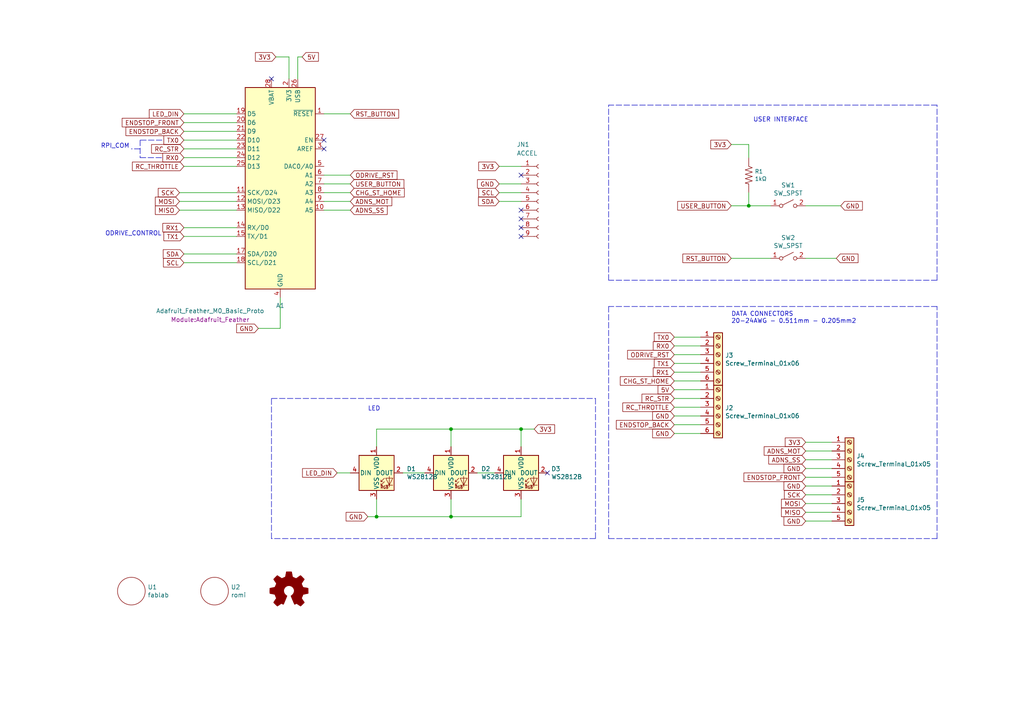
<source format=kicad_sch>
(kicad_sch (version 20211123) (generator eeschema)
  (paper "A4")
  (lib_symbols
    (symbol "Connector:Conn_01x09_Female" (pin_names (offset 1.016) hide)
      (property "Reference" "J" (at 0 12.7 0))
      (property "Value" "Conn_01x09_Female" (at 0 -12.7 0))
      (symbol "Conn_01x09_Female_1_1"
        (arc (start 0 -9.652) (mid -0.508 -10.16) (end 0 -10.668) (stroke (width 0.1524)))
        (arc (start 0 -7.112) (mid -0.508 -7.62) (end 0 -8.128) (stroke (width 0.1524)))
        (arc (start 0 -4.572) (mid -0.508 -5.08) (end 0 -5.588) (stroke (width 0.1524)))
        (arc (start 0 -2.032) (mid -0.508 -2.54) (end 0 -3.048) (stroke (width 0.1524)))
        (polyline (pts (xy -1.27 -10.16) (xy -0.508 -10.16)) (stroke (width 0.1524)))
        (polyline (pts (xy -1.27 -7.62) (xy -0.508 -7.62)) (stroke (width 0.1524)))
        (polyline (pts (xy -1.27 -5.08) (xy -0.508 -5.08)) (stroke (width 0.1524)))
        (polyline (pts (xy -1.27 -2.54) (xy -0.508 -2.54)) (stroke (width 0.1524)))
        (polyline (pts (xy -1.27 0) (xy -0.508 0)) (stroke (width 0.1524)))
        (polyline (pts (xy -1.27 2.54) (xy -0.508 2.54)) (stroke (width 0.1524)))
        (polyline (pts (xy -1.27 5.08) (xy -0.508 5.08)) (stroke (width 0.1524)))
        (polyline (pts (xy -1.27 7.62) (xy -0.508 7.62)) (stroke (width 0.1524)))
        (polyline (pts (xy -1.27 10.16) (xy -0.508 10.16)) (stroke (width 0.1524)))
        (arc (start 0 0.508) (mid -0.508 0) (end 0 -0.508) (stroke (width 0.1524)))
        (arc (start 0 3.048) (mid -0.508 2.54) (end 0 2.032) (stroke (width 0.1524)))
        (arc (start 0 5.588) (mid -0.508 5.08) (end 0 4.572) (stroke (width 0.1524)))
        (arc (start 0 8.128) (mid -0.508 7.62) (end 0 7.112) (stroke (width 0.1524)))
        (arc (start 0 10.668) (mid -0.508 10.16) (end 0 9.652) (stroke (width 0.1524)))
        (pin passive line (at -5.08 10.16 0) (length 3.81) (name "Pin_1") (number "1"))
        (pin passive line (at -5.08 7.62 0) (length 3.81) (name "Pin_2") (number "2"))
        (pin passive line (at -5.08 5.08 0) (length 3.81) (name "Pin_3") (number "3"))
        (pin passive line (at -5.08 2.54 0) (length 3.81) (name "Pin_4") (number "4"))
        (pin passive line (at -5.08 0 0) (length 3.81) (name "Pin_5") (number "5"))
        (pin passive line (at -5.08 -2.54 0) (length 3.81) (name "Pin_6") (number "6"))
        (pin passive line (at -5.08 -5.08 0) (length 3.81) (name "Pin_7") (number "7"))
        (pin passive line (at -5.08 -7.62 0) (length 3.81) (name "Pin_8") (number "8"))
        (pin passive line (at -5.08 -10.16 0) (length 3.81) (name "Pin_9") (number "9"))
      )
    )
    (symbol "Connector:Screw_Terminal_01x05" (pin_names (offset 1.016) hide)
      (property "Reference" "J" (at 0 7.62 0))
      (property "Value" "Screw_Terminal_01x05" (at 0 -7.62 0))
      (symbol "Screw_Terminal_01x05_1_1"
        (rectangle (start -1.27 6.35) (end 1.27 -6.35) (stroke (width 0.254)) (fill (type background)))
        (circle (center 0 -5.08) (radius 0.635) (stroke (width 0.1524)))
        (circle (center 0 -2.54) (radius 0.635) (stroke (width 0.1524)))
        (polyline (pts (xy -0.5334 -4.7498) (xy 0.3302 -5.588)) (stroke (width 0.1524)))
        (polyline (pts (xy -0.5334 -2.2098) (xy 0.3302 -3.048)) (stroke (width 0.1524)))
        (polyline (pts (xy -0.5334 0.3302) (xy 0.3302 -0.508)) (stroke (width 0.1524)))
        (polyline (pts (xy -0.5334 2.8702) (xy 0.3302 2.032)) (stroke (width 0.1524)))
        (polyline (pts (xy -0.5334 5.4102) (xy 0.3302 4.572)) (stroke (width 0.1524)))
        (polyline (pts (xy -0.3556 -4.572) (xy 0.508 -5.4102)) (stroke (width 0.1524)))
        (polyline (pts (xy -0.3556 -2.032) (xy 0.508 -2.8702)) (stroke (width 0.1524)))
        (polyline (pts (xy -0.3556 0.508) (xy 0.508 -0.3302)) (stroke (width 0.1524)))
        (polyline (pts (xy -0.3556 3.048) (xy 0.508 2.2098)) (stroke (width 0.1524)))
        (polyline (pts (xy -0.3556 5.588) (xy 0.508 4.7498)) (stroke (width 0.1524)))
        (circle (center 0 0) (radius 0.635) (stroke (width 0.1524)))
        (circle (center 0 2.54) (radius 0.635) (stroke (width 0.1524)))
        (circle (center 0 5.08) (radius 0.635) (stroke (width 0.1524)))
        (pin passive line (at -5.08 5.08 0) (length 3.81) (name "Pin_1") (number "1"))
        (pin passive line (at -5.08 2.54 0) (length 3.81) (name "Pin_2") (number "2"))
        (pin passive line (at -5.08 0 0) (length 3.81) (name "Pin_3") (number "3"))
        (pin passive line (at -5.08 -2.54 0) (length 3.81) (name "Pin_4") (number "4"))
        (pin passive line (at -5.08 -5.08 0) (length 3.81) (name "Pin_5") (number "5"))
      )
    )
    (symbol "Connector:Screw_Terminal_01x06" (pin_names (offset 1.016) hide)
      (property "Reference" "J" (at 0 7.62 0))
      (property "Value" "Screw_Terminal_01x06" (at 0 -10.16 0))
      (symbol "Screw_Terminal_01x06_1_1"
        (rectangle (start -1.27 6.35) (end 1.27 -8.89) (stroke (width 0.254)) (fill (type background)))
        (circle (center 0 -7.62) (radius 0.635) (stroke (width 0.1524)))
        (circle (center 0 -5.08) (radius 0.635) (stroke (width 0.1524)))
        (circle (center 0 -2.54) (radius 0.635) (stroke (width 0.1524)))
        (polyline (pts (xy -0.5334 -7.2898) (xy 0.3302 -8.128)) (stroke (width 0.1524)))
        (polyline (pts (xy -0.5334 -4.7498) (xy 0.3302 -5.588)) (stroke (width 0.1524)))
        (polyline (pts (xy -0.5334 -2.2098) (xy 0.3302 -3.048)) (stroke (width 0.1524)))
        (polyline (pts (xy -0.5334 0.3302) (xy 0.3302 -0.508)) (stroke (width 0.1524)))
        (polyline (pts (xy -0.5334 2.8702) (xy 0.3302 2.032)) (stroke (width 0.1524)))
        (polyline (pts (xy -0.5334 5.4102) (xy 0.3302 4.572)) (stroke (width 0.1524)))
        (polyline (pts (xy -0.3556 -7.112) (xy 0.508 -7.9502)) (stroke (width 0.1524)))
        (polyline (pts (xy -0.3556 -4.572) (xy 0.508 -5.4102)) (stroke (width 0.1524)))
        (polyline (pts (xy -0.3556 -2.032) (xy 0.508 -2.8702)) (stroke (width 0.1524)))
        (polyline (pts (xy -0.3556 0.508) (xy 0.508 -0.3302)) (stroke (width 0.1524)))
        (polyline (pts (xy -0.3556 3.048) (xy 0.508 2.2098)) (stroke (width 0.1524)))
        (polyline (pts (xy -0.3556 5.588) (xy 0.508 4.7498)) (stroke (width 0.1524)))
        (circle (center 0 0) (radius 0.635) (stroke (width 0.1524)))
        (circle (center 0 2.54) (radius 0.635) (stroke (width 0.1524)))
        (circle (center 0 5.08) (radius 0.635) (stroke (width 0.1524)))
        (pin passive line (at -5.08 5.08 0) (length 3.81) (name "Pin_1") (number "1"))
        (pin passive line (at -5.08 2.54 0) (length 3.81) (name "Pin_2") (number "2"))
        (pin passive line (at -5.08 0 0) (length 3.81) (name "Pin_3") (number "3"))
        (pin passive line (at -5.08 -2.54 0) (length 3.81) (name "Pin_4") (number "4"))
        (pin passive line (at -5.08 -5.08 0) (length 3.81) (name "Pin_5") (number "5"))
        (pin passive line (at -5.08 -7.62 0) (length 3.81) (name "Pin_6") (number "6"))
      )
    )
    (symbol "Graphic:Logo_Open_Hardware_Small" (pin_names (offset 1.016))
      (symbol "Logo_Open_Hardware_Small_0_1"
        (polyline (pts (xy 3.3528 -4.3434) (xy 3.302 -4.318) (xy 3.175 -4.2418) (xy 2.9972 -4.1148) (xy 2.7686 -3.9624) (xy 2.54 -3.81) (xy 2.3622 -3.7084) (xy 2.2352 -3.6068) (xy 2.1844 -3.5814) (xy 2.159 -3.6068) (xy 2.0574 -3.6576) (xy 1.905 -3.7338) (xy 1.8034 -3.7846) (xy 1.6764 -3.8354) (xy 1.6002 -3.8354) (xy 1.6002 -3.8354) (xy 1.5494 -3.7338) (xy 1.4732 -3.5306) (xy 1.3462 -3.302) (xy 1.2446 -3.0226) (xy 1.1176 -2.7178) (xy 0.9652 -2.413) (xy 0.8636 -2.1082) (xy 0.7366 -1.8288) (xy 0.6604 -1.6256) (xy 0.6096 -1.4732) (xy 0.5842 -1.397) (xy 0.5842 -1.397) (xy 0.6604 -1.3208) (xy 0.7874 -1.2446) (xy 1.0414 -1.016) (xy 1.2954 -0.6858) (xy 1.4478 -0.3302) (xy 1.524 0.0762) (xy 1.4732 0.4572) (xy 1.3208 0.8128) (xy 1.0668 1.143) (xy 0.762 1.3716) (xy 0.4064 1.524) (xy 0 1.5748) (xy -0.381 1.5494) (xy -0.7366 1.397) (xy -1.0668 1.143) (xy -1.2192 0.9906) (xy -1.397 0.6604) (xy -1.524 0.3048) (xy -1.524 0.2286) (xy -1.4986 -0.1778) (xy -1.397 -0.5334) (xy -1.1938 -0.8636) (xy -0.9144 -1.143) (xy -0.8636 -1.1684) (xy -0.7366 -1.27) (xy -0.635 -1.3462) (xy -0.5842 -1.397) (xy -1.0668 -2.5908) (xy -1.143 -2.794) (xy -1.2954 -3.1242) (xy -1.397 -3.4036) (xy -1.4986 -3.6322) (xy -1.5748 -3.7846) (xy -1.6002 -3.8354) (xy -1.6002 -3.8354) (xy -1.651 -3.8354) (xy -1.7272 -3.81) (xy -1.905 -3.7338) (xy -2.0066 -3.683) (xy -2.1336 -3.6068) (xy -2.2098 -3.5814) (xy -2.2606 -3.6068) (xy -2.3622 -3.683) (xy -2.54 -3.81) (xy -2.7686 -3.9624) (xy -2.9718 -4.0894) (xy -3.1496 -4.2164) (xy -3.302 -4.318) (xy -3.3528 -4.3434) (xy -3.3782 -4.3434) (xy -3.429 -4.318) (xy -3.5306 -4.2164) (xy -3.7084 -4.064) (xy -3.937 -3.8354) (xy -3.9624 -3.81) (xy -4.1656 -3.6068) (xy -4.318 -3.4544) (xy -4.4196 -3.3274) (xy -4.445 -3.2766) (xy -4.445 -3.2766) (xy -4.4196 -3.2258) (xy -4.318 -3.0734) (xy -4.2164 -2.8956) (xy -4.064 -2.667) (xy -3.6576 -2.0828) (xy -3.8862 -1.5494) (xy -3.937 -1.3716) (xy -4.0386 -1.1684) (xy -4.0894 -1.0414) (xy -4.1148 -0.9652) (xy -4.191 -0.9398) (xy -4.318 -0.9144) (xy -4.5466 -0.8636) (xy -4.8006 -0.8128) (xy -5.0546 -0.7874) (xy -5.2578 -0.7366) (xy -5.4356 -0.7112) (xy -5.5118 -0.6858) (xy -5.5118 -0.6858) (xy -5.5372 -0.635) (xy -5.5372 -0.5588) (xy -5.5372 -0.4318) (xy -5.5626 -0.2286) (xy -5.5626 0.0762) (xy -5.5626 0.127) (xy -5.5372 0.4064) (xy -5.5372 0.635) (xy -5.5372 0.762) (xy -5.5372 0.8382) (xy -5.5372 0.8382) (xy -5.461 0.8382) (xy -5.3086 0.889) (xy -5.08 0.9144) (xy -4.826 0.9652) (xy -4.8006 0.9906) (xy -4.5466 1.0414) (xy -4.318 1.0668) (xy -4.1656 1.1176) (xy -4.0894 1.143) (xy -4.0894 1.143) (xy -4.0386 1.2446) (xy -3.9624 1.4224) (xy -3.8608 1.6256) (xy -3.7846 1.8288) (xy -3.7084 2.0066) (xy -3.6576 2.159) (xy -3.6322 2.2098) (xy -3.6322 2.2098) (xy -3.683 2.286) (xy -3.7592 2.413) (xy -3.8862 2.5908) (xy -4.064 2.8194) (xy -4.064 2.8448) (xy -4.2164 3.0734) (xy -4.3434 3.2512) (xy -4.4196 3.3782) (xy -4.445 3.4544) (xy -4.445 3.4544) (xy -4.3942 3.5052) (xy -4.2926 3.6322) (xy -4.1148 3.81) (xy -3.937 4.0132) (xy -3.8608 4.064) (xy -3.6576 4.2926) (xy -3.5052 4.4196) (xy -3.4036 4.4958) (xy -3.3528 4.5212) (xy -3.3528 4.5212) (xy -3.302 4.4704) (xy -3.1496 4.3688) (xy -2.9718 4.2418) (xy -2.7432 4.0894) (xy -2.7178 4.0894) (xy -2.4892 3.937) (xy -2.3114 3.81) (xy -2.1844 3.7084) (xy -2.1336 3.683) (xy -2.1082 3.683) (xy -2.032 3.7084) (xy -1.8542 3.7592) (xy -1.6764 3.8354) (xy -1.4732 3.937) (xy -1.27 4.0132) (xy -1.143 4.064) (xy -1.0668 4.1148) (xy -1.0668 4.1148) (xy -1.0414 4.191) (xy -1.016 4.3434) (xy -0.9652 4.572) (xy -0.9144 4.8514) (xy -0.889 4.9022) (xy -0.8382 5.1562) (xy -0.8128 5.3848) (xy -0.7874 5.5372) (xy -0.762 5.588) (xy -0.7112 5.6134) (xy -0.5842 5.6134) (xy -0.4064 5.6134) (xy -0.1524 5.6134) (xy 0.0762 5.6134) (xy 0.3302 5.6134) (xy 0.5334 5.6134) (xy 0.6858 5.588) (xy 0.7366 5.588) (xy 0.7366 5.588) (xy 0.762 5.5118) (xy 0.8128 5.334) (xy 0.8382 5.1054) (xy 0.9144 4.826) (xy 0.9144 4.7752) (xy 0.9652 4.5212) (xy 1.016 4.2926) (xy 1.0414 4.1402) (xy 1.0668 4.0894) (xy 1.0668 4.0894) (xy 1.1938 4.0386) (xy 1.3716 3.9624) (xy 1.5748 3.8608) (xy 2.0828 3.6576) (xy 2.7178 4.0894) (xy 2.7686 4.1402) (xy 2.9972 4.2926) (xy 3.175 4.4196) (xy 3.302 4.4958) (xy 3.3782 4.5212) (xy 3.3782 4.5212) (xy 3.429 4.4704) (xy 3.556 4.3434) (xy 3.7338 4.191) (xy 3.9116 3.9878) (xy 4.064 3.8354) (xy 4.2418 3.6576) (xy 4.3434 3.556) (xy 4.4196 3.4798) (xy 4.4196 3.429) (xy 4.4196 3.4036) (xy 4.3942 3.3274) (xy 4.2926 3.2004) (xy 4.1656 2.9972) (xy 4.0132 2.794) (xy 3.8862 2.5908) (xy 3.7592 2.3876) (xy 3.6576 2.2352) (xy 3.6322 2.159) (xy 3.6322 2.1336) (xy 3.683 2.0066) (xy 3.7592 1.8288) (xy 3.8608 1.6002) (xy 4.064 1.1176) (xy 4.3942 1.0414) (xy 4.5974 1.016) (xy 4.8768 0.9652) (xy 5.1308 0.9144) (xy 5.5372 0.8382) (xy 5.5626 -0.6604) (xy 5.4864 -0.6858) (xy 5.4356 -0.6858) (xy 5.2832 -0.7366) (xy 5.0546 -0.762) (xy 4.8006 -0.8128) (xy 4.5974 -0.8636) (xy 4.3688 -0.9144) (xy 4.2164 -0.9398) (xy 4.1402 -0.9398) (xy 4.1148 -0.9652) (xy 4.064 -1.0668) (xy 3.9878 -1.2446) (xy 3.9116 -1.4478) (xy 3.81 -1.651) (xy 3.7338 -1.8542) (xy 3.683 -2.0066) (xy 3.6576 -2.0828) (xy 3.683 -2.1336) (xy 3.7846 -2.2606) (xy 3.8862 -2.4638) (xy 4.0386 -2.667) (xy 4.191 -2.8956) (xy 4.318 -3.0734) (xy 4.3942 -3.2004) (xy 4.445 -3.2766) (xy 4.4196 -3.3274) (xy 4.3434 -3.429) (xy 4.1656 -3.5814) (xy 3.937 -3.8354) (xy 3.8862 -3.8608) (xy 3.683 -4.064) (xy 3.5306 -4.2164) (xy 3.4036 -4.318) (xy 3.3528 -4.3434)) (fill (type outline)))
      )
    )
    (symbol "LED:WS2812B" (pin_names (offset 0.254))
      (property "Reference" "D" (at 5.08 5.715 0))
      (property "Value" "WS2812B" (at 1.27 -5.715 0))
      (symbol "WS2812B_0_0"
        (text "RGB" (at 2.286 -4.191 0) (effects (font (size 0.762 0.762))))
      )
      (symbol "WS2812B_0_1"
        (polyline (pts (xy 1.27 -3.556) (xy 1.778 -3.556)))
        (polyline (pts (xy 1.27 -2.54) (xy 1.778 -2.54)))
        (polyline (pts (xy 4.699 -3.556) (xy 2.667 -3.556)))
        (polyline (pts (xy 2.286 -2.54) (xy 1.27 -3.556) (xy 1.27 -3.048)))
        (polyline (pts (xy 2.286 -1.524) (xy 1.27 -2.54) (xy 1.27 -2.032)))
        (polyline (pts (xy 3.683 -1.016) (xy 3.683 -3.556) (xy 3.683 -4.064)))
        (polyline (pts (xy 4.699 -1.524) (xy 2.667 -1.524) (xy 3.683 -3.556) (xy 4.699 -1.524)))
        (rectangle (start 5.08 5.08) (end -5.08 -5.08) (stroke (width 0.254)) (fill (type background)))
      )
      (symbol "WS2812B_1_1"
        (pin power_in line (at 0 7.62 270) (length 2.54) (name "VDD") (number "1"))
        (pin output line (at 7.62 0 180) (length 2.54) (name "DOUT") (number "2"))
        (pin power_in line (at 0 -7.62 90) (length 2.54) (name "VSS") (number "3"))
        (pin input line (at -7.62 0 0) (length 2.54) (name "DIN") (number "4"))
      )
    )
    (symbol "MCU_Module:Adafruit_Feather_M0_Basic_Proto"
      (property "Reference" "A" (at -10.16 29.21 0))
      (property "Value" "Adafruit_Feather_M0_Basic_Proto" (at 2.54 -31.75 0))
      (symbol "Adafruit_Feather_M0_Basic_Proto_0_1"
        (rectangle (start -10.16 27.94) (end 10.16 -30.48) (stroke (width 0.254)) (fill (type background)))
      )
      (symbol "Adafruit_Feather_M0_Basic_Proto_1_1"
        (pin input line (at 12.7 20.32 180) (length 2.54) (name "~{RESET}") (number "1"))
        (pin bidirectional line (at 12.7 -7.62 180) (length 2.54) (name "A5") (number "10"))
        (pin bidirectional line (at -12.7 -2.54 0) (length 2.54) (name "SCK/D24") (number "11"))
        (pin bidirectional line (at -12.7 -5.08 0) (length 2.54) (name "MOSI/D23") (number "12"))
        (pin bidirectional line (at -12.7 -7.62 0) (length 2.54) (name "MISO/D22") (number "13"))
        (pin bidirectional line (at -12.7 -12.7 0) (length 2.54) (name "RX/D0") (number "14"))
        (pin bidirectional line (at -12.7 -15.24 0) (length 2.54) (name "TX/D1") (number "15"))
        (pin passive line (at 0 -33.02 90) (length 2.54) hide (name "GND") (number "16"))
        (pin bidirectional line (at -12.7 -20.32 0) (length 2.54) (name "SDA/D20") (number "17"))
        (pin bidirectional line (at -12.7 -22.86 0) (length 2.54) (name "SCL/D21") (number "18"))
        (pin bidirectional line (at -12.7 20.32 0) (length 2.54) (name "D5") (number "19"))
        (pin power_in line (at 2.54 30.48 270) (length 2.54) (name "3V3") (number "2"))
        (pin bidirectional line (at -12.7 17.78 0) (length 2.54) (name "D6") (number "20"))
        (pin bidirectional line (at -12.7 15.24 0) (length 2.54) (name "D9") (number "21"))
        (pin bidirectional line (at -12.7 12.7 0) (length 2.54) (name "D10") (number "22"))
        (pin bidirectional line (at -12.7 10.16 0) (length 2.54) (name "D11") (number "23"))
        (pin bidirectional line (at -12.7 7.62 0) (length 2.54) (name "D12") (number "24"))
        (pin bidirectional line (at -12.7 5.08 0) (length 2.54) (name "D13") (number "25"))
        (pin power_in line (at 5.08 30.48 270) (length 2.54) (name "USB") (number "26"))
        (pin input line (at 12.7 12.7 180) (length 2.54) (name "EN") (number "27"))
        (pin power_in line (at -2.54 30.48 270) (length 2.54) (name "VBAT") (number "28"))
        (pin input line (at 12.7 10.16 180) (length 2.54) (name "AREF") (number "3"))
        (pin power_in line (at 0 -33.02 90) (length 2.54) (name "GND") (number "4"))
        (pin bidirectional line (at 12.7 5.08 180) (length 2.54) (name "DAC0/A0") (number "5"))
        (pin bidirectional line (at 12.7 2.54 180) (length 2.54) (name "A1") (number "6"))
        (pin bidirectional line (at 12.7 0 180) (length 2.54) (name "A2") (number "7"))
        (pin bidirectional line (at 12.7 -2.54 180) (length 2.54) (name "A3") (number "8"))
        (pin bidirectional line (at 12.7 -5.08 180) (length 2.54) (name "A4") (number "9"))
      )
    )
    (symbol "Switch:SW_SPST" (pin_names (offset 0) hide)
      (property "Reference" "SW" (at 0 3.175 0))
      (property "Value" "SW_SPST" (at 0 -2.54 0))
      (symbol "SW_SPST_0_0"
        (circle (center -2.032 0) (radius 0.508))
        (polyline (pts (xy -1.524 0.254) (xy 1.524 1.778)))
        (circle (center 2.032 0) (radius 0.508))
      )
      (symbol "SW_SPST_1_1"
        (pin passive line (at -5.08 0 0) (length 2.54) (name "A") (number "1"))
        (pin passive line (at 5.08 0 180) (length 2.54) (name "B") (number "2"))
      )
    )
    (symbol "cablebot_controller-rescue:RES-US1206-fab" (pin_numbers hide) (pin_names (offset 1.016) hide)
      (property "Reference" "R" (at -3.81 1.4986 0))
      (property "Value" "RES-US1206-fab" (at -3.81 -3.302 0))
      (symbol "RES-US1206-fab_1_0"
        (polyline (pts (xy -2.54 0) (xy -2.159 1.016)))
        (polyline (pts (xy -2.159 1.016) (xy -1.524 -1.016)))
        (polyline (pts (xy -1.524 -1.016) (xy -0.889 1.016)))
        (polyline (pts (xy -0.889 1.016) (xy -0.254 -1.016)))
        (polyline (pts (xy -0.254 -1.016) (xy 0.381 1.016)))
        (polyline (pts (xy 0.381 1.016) (xy 1.016 -1.016)))
        (polyline (pts (xy 1.016 -1.016) (xy 1.651 1.016)))
        (polyline (pts (xy 1.651 1.016) (xy 2.286 -1.016)))
        (polyline (pts (xy 2.286 -1.016) (xy 2.54 0)))
      )
      (symbol "RES-US1206-fab_1_1"
        (pin passive line (at -5.08 0 0) (length 2.54) (name "1") (number "1"))
        (pin passive line (at 5.08 0 180) (length 2.54) (name "2") (number "2"))
      )
    )
    (symbol "cablebot_controller-rescue:fablab-logos" (pin_names (offset 1.016))
      (property "Reference" "U" (at 0 0 0))
      (property "Value" "fablab-logos" (at 0 0 0))
      (symbol "fablab-logos_0_1"
        (circle (center 0 0) (radius 4.0132))
      )
    )
  )
  (junction (at 217.17 59.69))
  (junction (at 151.13 124.46))
  (junction (at 130.81 149.86))
  (junction (at 130.81 124.46))
  (junction (at 109.22 149.86))
  (no_connect (at 151.13 66.04))
  (no_connect (at 151.13 63.5))
  (no_connect (at 151.13 68.58))
  (no_connect (at 151.13 50.8))
  (no_connect (at 151.13 60.96))
  (no_connect (at 93.98 40.64))
  (no_connect (at 158.75 137.16))
  (no_connect (at 78.74 22.86))
  (no_connect (at 93.98 43.18))
  (wire (pts (xy 195.58 107.95) (xy 203.2 107.95)))
  (wire (pts (xy 101.6 53.34) (xy 93.98 53.34)))
  (wire (pts (xy 195.58 97.79) (xy 203.2 97.79)))
  (wire (pts (xy 80.01 16.51) (xy 83.82 16.51)))
  (wire (pts (xy 212.09 59.69) (xy 217.17 59.69)))
  (wire (pts (xy 151.13 149.86) (xy 151.13 144.78)))
  (wire (pts (xy 233.68 128.27) (xy 241.3 128.27)))
  (polyline (pts (xy 176.53 156.21) (xy 271.78 156.21)))
  (wire (pts (xy 52.07 60.96) (xy 68.58 60.96)))
  (wire (pts (xy 130.81 124.46) (xy 109.22 124.46)))
  (wire (pts (xy 212.09 74.93) (xy 223.52 74.93)))
  (wire (pts (xy 195.58 118.11) (xy 203.2 118.11)))
  (polyline (pts (xy 271.78 156.21) (xy 271.78 88.9)))
  (wire (pts (xy 233.68 143.51) (xy 241.3 143.51)))
  (wire (pts (xy 195.58 102.87) (xy 203.2 102.87)))
  (wire (pts (xy 233.68 151.13) (xy 241.3 151.13)))
  (wire (pts (xy 138.43 137.16) (xy 143.51 137.16)))
  (wire (pts (xy 53.34 33.02) (xy 68.58 33.02)))
  (wire (pts (xy 130.81 149.86) (xy 151.13 149.86)))
  (wire (pts (xy 195.58 125.73) (xy 203.2 125.73)))
  (polyline (pts (xy 40.64 40.64) (xy 40.64 45.72)))
  (wire (pts (xy 101.6 50.8) (xy 93.98 50.8)))
  (wire (pts (xy 93.98 60.96) (xy 101.6 60.96)))
  (wire (pts (xy 74.93 95.25) (xy 81.28 95.25)))
  (wire (pts (xy 233.68 133.35) (xy 241.3 133.35)))
  (wire (pts (xy 53.34 76.2) (xy 68.58 76.2)))
  (wire (pts (xy 144.78 48.26) (xy 151.13 48.26)))
  (wire (pts (xy 233.68 130.81) (xy 241.3 130.81)))
  (polyline (pts (xy 176.53 88.9) (xy 176.53 156.21)))
  (wire (pts (xy 116.84 137.16) (xy 123.19 137.16)))
  (wire (pts (xy 217.17 59.69) (xy 223.52 59.69)))
  (wire (pts (xy 217.17 55.88) (xy 217.17 59.69)))
  (polyline (pts (xy 271.78 88.9) (xy 176.53 88.9)))
  (wire (pts (xy 130.81 149.86) (xy 130.81 144.78)))
  (polyline (pts (xy 271.78 30.48) (xy 176.53 30.48)))
  (wire (pts (xy 195.58 120.65) (xy 203.2 120.65)))
  (wire (pts (xy 233.68 138.43) (xy 241.3 138.43)))
  (wire (pts (xy 151.13 124.46) (xy 130.81 124.46)))
  (wire (pts (xy 195.58 115.57) (xy 203.2 115.57)))
  (wire (pts (xy 151.13 129.54) (xy 151.13 124.46)))
  (polyline (pts (xy 271.78 81.28) (xy 176.53 81.28)))
  (wire (pts (xy 144.78 58.42) (xy 151.13 58.42)))
  (wire (pts (xy 83.82 16.51) (xy 83.82 22.86)))
  (wire (pts (xy 109.22 149.86) (xy 109.22 144.78)))
  (polyline (pts (xy 78.74 115.57) (xy 172.72 115.57)))
  (polyline (pts (xy 271.78 81.28) (xy 271.78 30.48)))
  (wire (pts (xy 233.68 74.93) (xy 242.57 74.93)))
  (wire (pts (xy 86.36 16.51) (xy 86.36 22.86)))
  (wire (pts (xy 53.34 38.1) (xy 68.58 38.1)))
  (wire (pts (xy 81.28 95.25) (xy 81.28 86.36)))
  (wire (pts (xy 195.58 123.19) (xy 203.2 123.19)))
  (wire (pts (xy 101.6 55.88) (xy 93.98 55.88)))
  (polyline (pts (xy 46.99 40.64) (xy 40.64 40.64)))
  (wire (pts (xy 53.34 45.72) (xy 68.58 45.72)))
  (wire (pts (xy 52.07 58.42) (xy 68.58 58.42)))
  (wire (pts (xy 195.58 100.33) (xy 203.2 100.33)))
  (wire (pts (xy 144.78 55.88) (xy 151.13 55.88)))
  (wire (pts (xy 68.58 68.58) (xy 53.34 68.58)))
  (wire (pts (xy 97.79 137.16) (xy 101.6 137.16)))
  (wire (pts (xy 106.68 149.86) (xy 109.22 149.86)))
  (wire (pts (xy 52.07 55.88) (xy 68.58 55.88)))
  (wire (pts (xy 233.68 135.89) (xy 241.3 135.89)))
  (wire (pts (xy 87.63 16.51) (xy 86.36 16.51)))
  (wire (pts (xy 243.84 59.69) (xy 233.68 59.69)))
  (wire (pts (xy 109.22 124.46) (xy 109.22 129.54)))
  (polyline (pts (xy 40.64 43.18) (xy 38.1 43.18)))
  (polyline (pts (xy 40.64 45.72) (xy 46.99 45.72)))
  (polyline (pts (xy 172.72 156.21) (xy 78.74 156.21)))
  (polyline (pts (xy 78.74 156.21) (xy 78.74 115.57)))
  (wire (pts (xy 212.09 41.91) (xy 217.17 41.91)))
  (polyline (pts (xy 172.72 115.57) (xy 172.72 156.21)))
  (wire (pts (xy 195.58 110.49) (xy 203.2 110.49)))
  (wire (pts (xy 53.34 35.56) (xy 68.58 35.56)))
  (wire (pts (xy 53.34 43.18) (xy 68.58 43.18)))
  (wire (pts (xy 130.81 129.54) (xy 130.81 124.46)))
  (wire (pts (xy 53.34 66.04) (xy 68.58 66.04)))
  (polyline (pts (xy 176.53 81.28) (xy 176.53 30.48)))
  (wire (pts (xy 195.58 105.41) (xy 203.2 105.41)))
  (wire (pts (xy 53.34 73.66) (xy 68.58 73.66)))
  (wire (pts (xy 53.34 40.64) (xy 68.58 40.64)))
  (wire (pts (xy 233.68 146.05) (xy 241.3 146.05)))
  (wire (pts (xy 154.94 124.46) (xy 151.13 124.46)))
  (wire (pts (xy 217.17 41.91) (xy 217.17 45.72)))
  (wire (pts (xy 195.58 113.03) (xy 203.2 113.03)))
  (wire (pts (xy 233.68 148.59) (xy 241.3 148.59)))
  (wire (pts (xy 93.98 58.42) (xy 101.6 58.42)))
  (wire (pts (xy 93.98 33.02) (xy 101.6 33.02)))
  (wire (pts (xy 53.34 48.26) (xy 68.58 48.26)))
  (wire (pts (xy 109.22 149.86) (xy 130.81 149.86)))
  (wire (pts (xy 144.78 53.34) (xy 151.13 53.34)))
  (wire (pts (xy 233.68 140.97) (xy 241.3 140.97)))
  (text "LED" (at 106.68 119.38 0) (effects (font (size 1.27 1.27)) (justify left bottom)))
  (text "DATA CONNECTORS\n20-24AWG - 0.511mm - 0.205mm2" (at 212.09 93.98 0) (effects (font (size 1.27 1.27)) (justify left bottom)))
  (text "ODRIVE_CONTROL" (at 30.48 68.58 0) (effects (font (size 1.27 1.27)) (justify left bottom)))
  (text "RPI_COM" (at 29.21 43.18 0) (effects (font (size 1.27 1.27)) (justify left bottom)))
  (text "USER INTERFACE" (at 218.44 35.56 0) (effects (font (size 1.27 1.27)) (justify left bottom)))
  (global_label "LED_DIN" (shape input) (at 97.79 137.16 180) (property "Intersheet References" "${INTERSHEET_REFS}" (effects hide)))
  (global_label "MISO" (shape input) (at 52.07 60.96 180) (property "Intersheet References" "${INTERSHEET_REFS}" (effects hide)))
  (global_label "MOSI" (shape input) (at 233.68 146.05 180) (property "Intersheet References" "${INTERSHEET_REFS}" (effects hide)))
  (global_label "3V3" (shape input) (at 212.09 41.91 180) (property "Intersheet References" "${INTERSHEET_REFS}" (effects hide)))
  (global_label "GND" (shape input) (at 74.93 95.25 180) (property "Intersheet References" "${INTERSHEET_REFS}" (effects hide)))
  (global_label "SCL" (shape input) (at 144.78 55.88 180) (property "Intersheet References" "${INTERSHEET_REFS}" (effects hide)))
  (global_label "3V3" (shape input) (at 80.01 16.51 180) (property "Intersheet References" "${INTERSHEET_REFS}" (effects hide)))
  (global_label "ENDSTOP_BACK" (shape input) (at 195.58 123.19 180) (property "Intersheet References" "${INTERSHEET_REFS}" (effects hide)))
  (global_label "GND" (shape input) (at 195.58 120.65 180) (property "Intersheet References" "${INTERSHEET_REFS}" (effects hide)))
  (global_label "GND" (shape input) (at 233.68 135.89 180) (property "Intersheet References" "${INTERSHEET_REFS}" (effects hide)))
  (global_label "ADNS_SS" (shape input) (at 101.6 60.96 0) (property "Intersheet References" "${INTERSHEET_REFS}" (effects hide)))
  (global_label "RC_THROTTLE" (shape input) (at 53.34 48.26 180) (property "Intersheet References" "${INTERSHEET_REFS}" (effects hide)))
  (global_label "ADNS_MOT" (shape input) (at 233.68 130.81 180) (property "Intersheet References" "${INTERSHEET_REFS}" (effects hide)))
  (global_label "TX0" (shape input) (at 53.34 40.64 180) (property "Intersheet References" "${INTERSHEET_REFS}" (effects hide)))
  (global_label "GND" (shape input) (at 242.57 74.93 0) (property "Intersheet References" "${INTERSHEET_REFS}" (effects hide)))
  (global_label "ODRIVE_RST" (shape input) (at 101.6 50.8 0) (property "Intersheet References" "${INTERSHEET_REFS}" (effects hide)))
  (global_label "RC_STR" (shape input) (at 195.58 115.57 180) (property "Intersheet References" "${INTERSHEET_REFS}" (effects hide)))
  (global_label "SCL" (shape input) (at 53.34 76.2 180) (property "Intersheet References" "${INTERSHEET_REFS}" (effects hide)))
  (global_label "RX1" (shape input) (at 53.34 66.04 180) (property "Intersheet References" "${INTERSHEET_REFS}" (effects hide)))
  (global_label "CHG_ST_HOME" (shape input) (at 101.6 55.88 0) (property "Intersheet References" "${INTERSHEET_REFS}" (effects hide)))
  (global_label "CHG_ST_HOME" (shape input) (at 195.58 110.49 180) (property "Intersheet References" "${INTERSHEET_REFS}" (effects hide)))
  (global_label "SDA" (shape input) (at 53.34 73.66 180) (property "Intersheet References" "${INTERSHEET_REFS}" (effects hide)))
  (global_label "RST_BUTTON" (shape input) (at 101.6 33.02 0) (property "Intersheet References" "${INTERSHEET_REFS}" (effects hide)))
  (global_label "GND" (shape input) (at 144.78 53.34 180) (property "Intersheet References" "${INTERSHEET_REFS}" (effects hide)))
  (global_label "3V3" (shape input) (at 144.78 48.26 180) (property "Intersheet References" "${INTERSHEET_REFS}" (effects hide)))
  (global_label "USER_BUTTON" (shape input) (at 101.6 53.34 0) (property "Intersheet References" "${INTERSHEET_REFS}" (effects hide)))
  (global_label "ADNS_MOT" (shape input) (at 101.6 58.42 0) (property "Intersheet References" "${INTERSHEET_REFS}" (effects hide)))
  (global_label "LED_DIN" (shape input) (at 53.34 33.02 180) (property "Intersheet References" "${INTERSHEET_REFS}" (effects hide)))
  (global_label "ADNS_SS" (shape input) (at 233.68 133.35 180) (property "Intersheet References" "${INTERSHEET_REFS}" (effects hide)))
  (global_label "MOSI" (shape input) (at 52.07 58.42 180) (property "Intersheet References" "${INTERSHEET_REFS}" (effects hide)))
  (global_label "GND" (shape input) (at 106.68 149.86 180) (property "Intersheet References" "${INTERSHEET_REFS}" (effects hide)))
  (global_label "RST_BUTTON" (shape input) (at 212.09 74.93 180) (property "Intersheet References" "${INTERSHEET_REFS}" (effects hide)))
  (global_label "USER_BUTTON" (shape input) (at 212.09 59.69 180) (property "Intersheet References" "${INTERSHEET_REFS}" (effects hide)))
  (global_label "SDA" (shape input) (at 144.78 58.42 180) (property "Intersheet References" "${INTERSHEET_REFS}" (effects hide)))
  (global_label "GND" (shape input) (at 233.68 151.13 180) (property "Intersheet References" "${INTERSHEET_REFS}" (effects hide)))
  (global_label "GND" (shape input) (at 243.84 59.69 0) (property "Intersheet References" "${INTERSHEET_REFS}" (effects hide)))
  (global_label "SCK" (shape input) (at 233.68 143.51 180) (property "Intersheet References" "${INTERSHEET_REFS}" (effects hide)))
  (global_label "3V3" (shape input) (at 154.94 124.46 0) (property "Intersheet References" "${INTERSHEET_REFS}" (effects hide)))
  (global_label "SCK" (shape input) (at 52.07 55.88 180) (property "Intersheet References" "${INTERSHEET_REFS}" (effects hide)))
  (global_label "GND" (shape input) (at 195.58 125.73 180) (property "Intersheet References" "${INTERSHEET_REFS}" (effects hide)))
  (global_label "RC_THROTTLE" (shape input) (at 195.58 118.11 180) (property "Intersheet References" "${INTERSHEET_REFS}" (effects hide)))
  (global_label "TX1" (shape input) (at 53.34 68.58 180) (property "Intersheet References" "${INTERSHEET_REFS}" (effects hide)))
  (global_label "5V" (shape input) (at 195.58 113.03 180) (property "Intersheet References" "${INTERSHEET_REFS}" (effects hide)))
  (global_label "MISO" (shape input) (at 233.68 148.59 180) (property "Intersheet References" "${INTERSHEET_REFS}" (effects hide)))
  (global_label "ENDSTOP_BACK" (shape input) (at 53.34 38.1 180) (property "Intersheet References" "${INTERSHEET_REFS}" (effects hide)))
  (global_label "RX1" (shape input) (at 195.58 107.95 180) (property "Intersheet References" "${INTERSHEET_REFS}" (effects hide)))
  (global_label "GND" (shape input) (at 233.68 140.97 180) (property "Intersheet References" "${INTERSHEET_REFS}" (effects hide)))
  (global_label "5V" (shape input) (at 87.63 16.51 0) (property "Intersheet References" "${INTERSHEET_REFS}" (effects hide)))
  (global_label "ENDSTOP_FRONT" (shape input) (at 233.68 138.43 180) (property "Intersheet References" "${INTERSHEET_REFS}" (effects hide)))
  (global_label "ODRIVE_RST" (shape input) (at 195.58 102.87 180) (property "Intersheet References" "${INTERSHEET_REFS}" (effects hide)))
  (global_label "TX0" (shape input) (at 195.58 97.79 180) (property "Intersheet References" "${INTERSHEET_REFS}" (effects hide)))
  (global_label "RX0" (shape input) (at 195.58 100.33 180) (property "Intersheet References" "${INTERSHEET_REFS}" (effects hide)))
  (global_label "ENDSTOP_FRONT" (shape input) (at 53.34 35.56 180) (property "Intersheet References" "${INTERSHEET_REFS}" (effects hide)))
  (global_label "RX0" (shape input) (at 53.34 45.72 180) (property "Intersheet References" "${INTERSHEET_REFS}" (effects hide)))
  (global_label "RC_STR" (shape input) (at 53.34 43.18 180) (property "Intersheet References" "${INTERSHEET_REFS}" (effects hide)))
  (global_label "TX1" (shape input) (at 195.58 105.41 180) (property "Intersheet References" "${INTERSHEET_REFS}" (effects hide)))
  (global_label "3V3" (shape input) (at 233.68 128.27 180) (property "Intersheet References" "${INTERSHEET_REFS}" (effects hide)))
  (symbol (lib_id "MCU_Module:Adafruit_Feather_M0_Basic_Proto") (at 81.28 53.34 0) (unit 1)
    (property "Reference" "A1" (at 81.28 88.6206 0))
    (property "Value" "Adafruit_Feather_M0_Basic_Proto" (at 60.96 90.17 0))
    (property "Footprint" "Module:Adafruit_Feather" (at 60.96 92.71 0))
    (property "Datasheet" "https://cdn-learn.adafruit.com/downloads/pdf/adafruit-feather-m0-basic-proto.pdf" (effects hide))
  )
  (symbol (lib_id "Connector:Conn_01x09_Female") (at 156.21 58.42 0) (unit 1)
    (property "Reference" "JN1" (at 149.86 41.91 0) (effects (justify left)))
    (property "Value" "ACCEL" (at 149.86 44.45 0) (effects (justify left)))
    (property "Footprint" "fab:Adafruit-LSM6DSOX-PCB" (effects hide))
  )
  (symbol (lib_id "cablebot_controller-rescue:RES-US1206-fab") (at 217.17 50.8 270) (unit 1)
    (property "Reference" "R1" (at 218.8972 49.7332 90) (effects (font (size 1.143 1.143)) (justify left)))
    (property "Value" "1kΩ" (at 218.8972 51.8668 90) (effects (font (size 1.143 1.143)) (justify left)))
    (property "Footprint" "fab:fab-R1206FAB" (effects hide))
  )
  (symbol (lib_id "Switch:SW_SPST") (at 228.6 59.69 0) (unit 1)
    (property "Reference" "SW1" (at 228.6 53.721 0))
    (property "Value" "SW_SPST" (at 228.6 56.0324 0))
    (property "Footprint" "Button_Switch_THT:SW_Tactile_SPST_Angled_PTS645Vx83-2LFS" (effects hide))
    (property "Datasheet" "https://www.mouser.es/datasheet/2/60/pts645-965362.pdf" (effects hide))
    (property "Mouser Ref" "611-PTS645VH832 " (effects hide))
    (property "Manufacturer Ref" "PTS645VH832 " (effects hide))
    (property "Mouser link" "https://www.mouser.es/ProductDetail/CK/PTS645VH832LFS?qs=%2Fha2pyFadug0Azfe8RMwGazjOID5WjvH4hiiBXRd5MKGeqlXpWkB5g%3D%3D" (effects hide))
  )
  (symbol (lib_id "Switch:SW_SPST") (at 228.6 74.93 0) (unit 1)
    (property "Reference" "SW2" (at 228.6 68.961 0))
    (property "Value" "SW_SPST" (at 228.6 71.2724 0))
    (property "Footprint" "Button_Switch_THT:SW_Tactile_SPST_Angled_PTS645Vx58-2LFS" (effects hide))
    (property "Datasheet" "https://www.mouser.es/datasheet/2/60/pts645-965362.pdf" (effects hide))
    (property "Mouser Ref" "611-PTS645VH582 " (effects hide))
    (property "Manufacturer Ref" "PTS645VH582 " (effects hide))
    (property "Mouser link" "https://www.mouser.es/ProductDetail/CK/PTS645VH58-2-LFS?qs=%2Fha2pyFadug0Azfe8RMwGahwjupVr0%2FiBhp2AnDZujzvtBAgWib0DQ%3D%3D" (effects hide))
  )
  (symbol (lib_id "LED:WS2812B") (at 109.22 137.16 0) (unit 1)
    (property "Reference" "D1" (at 117.9576 135.9916 0) (effects (justify left)))
    (property "Value" "WS2812B" (at 117.9576 138.303 0) (effects (justify left)))
    (property "Footprint" "LED_SMD:LED_WS2812B_PLCC4_5.0x5.0mm_P3.2mm" (effects hide))
    (property "Datasheet" "https://cdn-shop.adafruit.com/datasheets/WS2812B.pdf" (effects hide))
    (property "Mouser Ref" " 474-COM-16346 " (effects hide))
    (property "Manufacturer Ref" " COM-16346" (effects hide))
    (property "Mouser link" "https://www.mouser.es/ProductDetail/SparkFun/COM-16346?qs=%2Fha2pyFadugg0pE4GaSNief8VTwhFMAGiXIxARqTxvGAKgbaUKOJXg%3D%3D" (effects hide))
  )
  (symbol (lib_id "Connector:Screw_Terminal_01x06") (at 208.28 102.87 0) (unit 1)
    (property "Reference" "J3" (at 210.312 103.0732 0) (effects (justify left)))
    (property "Value" "Screw_Terminal_01x06" (at 210.312 105.3846 0) (effects (justify left)))
    (property "Footprint" "TerminalBlock_Phoenix:TerminalBlock_Phoenix_MPT-0,5-6-2.54_1x06_P2.54mm_Horizontal" (effects hide))
    (property "Mouser link" "https://www.mouser.es/ProductDetail/Phoenix-Contact/1725698?qs=%2Fha2pyFaduhb864E3xGbPRiDKPcyQngayeej%2FHpjvDk%3D" (effects hide))
    (property "Manufacturer Ref" "1725698" (effects hide))
    (property "Mouser Ref" " 651-1725698" (effects hide))
  )
  (symbol (lib_id "Connector:Screw_Terminal_01x06") (at 208.28 118.11 0) (unit 1)
    (property "Reference" "J2" (at 210.312 118.3132 0) (effects (justify left)))
    (property "Value" "Screw_Terminal_01x06" (at 210.312 120.6246 0) (effects (justify left)))
    (property "Footprint" "TerminalBlock_Phoenix:TerminalBlock_Phoenix_MPT-0,5-6-2.54_1x06_P2.54mm_Horizontal" (effects hide))
    (property "Mouser link" "https://www.mouser.es/ProductDetail/Phoenix-Contact/1725698?qs=%2Fha2pyFaduhb864E3xGbPRiDKPcyQngayeej%2FHpjvDk%3D" (effects hide))
    (property "Manufacturer Ref" "1725698" (effects hide))
    (property "Mouser Ref" " 651-1725698" (effects hide))
  )
  (symbol (lib_id "Connector:Screw_Terminal_01x05") (at 246.38 146.05 0) (unit 1)
    (property "Reference" "J5" (at 248.412 144.9832 0) (effects (justify left)))
    (property "Value" "Screw_Terminal_01x05" (at 248.412 147.2946 0) (effects (justify left)))
    (property "Footprint" "TerminalBlock_Phoenix:TerminalBlock_Phoenix_MPT-0,5-5-2.54_1x05_P2.54mm_Horizontal" (effects hide))
    (property "Manufacturer Ref" "1725685" (effects hide))
    (property "Mouser Ref" " 651-1725685" (effects hide))
    (property "Mouser link" "https://www.mouser.es/ProductDetail/Phoenix-Contact/1725685?qs=A%2FKWGUWTCZiuYWt6zAMYZA%3D%3D" (effects hide))
  )
  (symbol (lib_id "Connector:Screw_Terminal_01x05") (at 246.38 133.35 0) (unit 1)
    (property "Reference" "J4" (at 248.412 132.2832 0) (effects (justify left)))
    (property "Value" "Screw_Terminal_01x05" (at 248.412 134.5946 0) (effects (justify left)))
    (property "Footprint" "TerminalBlock_Phoenix:TerminalBlock_Phoenix_MPT-0,5-5-2.54_1x05_P2.54mm_Horizontal" (effects hide))
    (property "Manufacturer Ref" "1725685" (effects hide))
    (property "Mouser Ref" " 651-1725685" (effects hide))
    (property "Mouser link" "https://www.mouser.es/ProductDetail/Phoenix-Contact/1725685?qs=A%2FKWGUWTCZiuYWt6zAMYZA%3D%3D" (effects hide))
  )
  (symbol (lib_id "LED:WS2812B") (at 130.81 137.16 0) (unit 1)
    (property "Reference" "D2" (at 139.5476 135.9916 0) (effects (justify left)))
    (property "Value" "WS2812B" (at 139.5476 138.303 0) (effects (justify left)))
    (property "Footprint" "LED_SMD:LED_WS2812B_PLCC4_5.0x5.0mm_P3.2mm" (effects hide))
    (property "Datasheet" "https://cdn-shop.adafruit.com/datasheets/WS2812B.pdf" (effects hide))
    (property "Mouser Ref" " 474-COM-16346 " (effects hide))
    (property "Manufacturer Ref" " COM-16346" (effects hide))
    (property "Mouser link" "https://www.mouser.es/ProductDetail/SparkFun/COM-16346?qs=%2Fha2pyFadugg0pE4GaSNief8VTwhFMAGiXIxARqTxvGAKgbaUKOJXg%3D%3D" (effects hide))
  )
  (symbol (lib_id "LED:WS2812B") (at 151.13 137.16 0) (unit 1)
    (property "Reference" "D3" (at 159.8676 135.9916 0) (effects (justify left)))
    (property "Value" "WS2812B" (at 159.8676 138.303 0) (effects (justify left)))
    (property "Footprint" "LED_SMD:LED_WS2812B_PLCC4_5.0x5.0mm_P3.2mm" (effects hide))
    (property "Datasheet" "https://cdn-shop.adafruit.com/datasheets/WS2812B.pdf" (effects hide))
    (property "Mouser Ref" " 474-COM-16346 " (effects hide))
    (property "Manufacturer Ref" " COM-16346" (effects hide))
    (property "Mouser link" "https://www.mouser.es/ProductDetail/SparkFun/COM-16346?qs=%2Fha2pyFadugg0pE4GaSNief8VTwhFMAGiXIxARqTxvGAKgbaUKOJXg%3D%3D" (effects hide))
  )
  (symbol (lib_id "cablebot_controller-rescue:fablab-logos") (at 38.1 171.45 0) (unit 1)
    (property "Reference" "U1" (at 42.8244 170.2816 0) (effects (justify left)))
    (property "Value" "fablab" (at 42.8244 172.593 0) (effects (justify left)))
    (property "Footprint" "logos:fablab" (effects hide))
  )
  (symbol (lib_id "cablebot_controller-rescue:fablab-logos") (at 62.23 171.45 0) (unit 1)
    (property "Reference" "U2" (at 66.9544 170.2816 0) (effects (justify left)))
    (property "Value" "romi" (at 66.9544 172.593 0) (effects (justify left)))
    (property "Footprint" "logos:ROMI_LOGO" (effects hide))
  )
  (symbol (lib_id "Graphic:Logo_Open_Hardware_Small") (at 83.82 171.45 0) (unit 1)
    (property "Reference" "OSH1" (effects hide))
    (property "Value" "Logo_Open_Hardware_Small" (effects hide))
    (property "Footprint" "Symbol:OSHW-Logo2_9.8x8mm_SilkScreen" (effects hide))
  )
)
</source>
